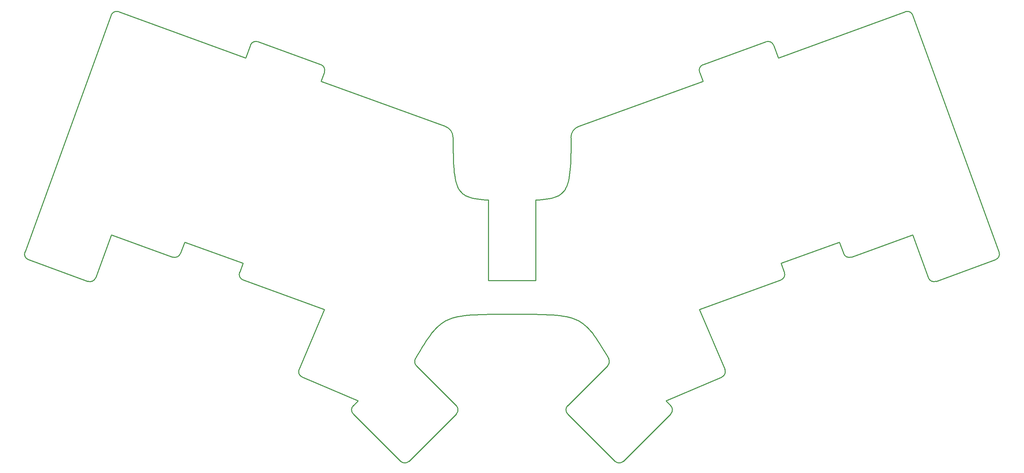
<source format=gbr>
%TF.GenerationSoftware,KiCad,Pcbnew,(6.0.11)*%
%TF.CreationDate,2024-03-12T23:46:52+09:00*%
%TF.ProjectId,gku34,676b7533-342e-46b6-9963-61645f706362,rev?*%
%TF.SameCoordinates,Original*%
%TF.FileFunction,Profile,NP*%
%FSLAX46Y46*%
G04 Gerber Fmt 4.6, Leading zero omitted, Abs format (unit mm)*
G04 Created by KiCad (PCBNEW (6.0.11)) date 2024-03-12 23:46:52*
%MOMM*%
%LPD*%
G01*
G04 APERTURE LIST*
%TA.AperFunction,Profile*%
%ADD10C,0.250000*%
%TD*%
%ADD11C,0.250000*%
G04 APERTURE END LIST*
D10*
X113362219Y-131061425D02*
X125383034Y-119040610D01*
X91907698Y-92501796D02*
X85455516Y-107702185D01*
X125383034Y-116919290D02*
X115239825Y-106776080D01*
X145530003Y-64629208D02*
X145530003Y-85133358D01*
X165697787Y-131061425D02*
G75*
G03*
X167819107Y-131061425I1060660J1060659D01*
G01*
X85455551Y-107702200D02*
G75*
G03*
X86250176Y-109669039I1380749J-586100D01*
G01*
X223760539Y-78265264D02*
G75*
G03*
X225683077Y-79161784I1409461J512864D01*
G01*
X99220133Y-116919340D02*
G75*
G03*
X99220083Y-119040610I1060567J-1060660D01*
G01*
X245292247Y-84432013D02*
X241304591Y-73476018D01*
X16700946Y-79816468D02*
X31845190Y-85328522D01*
X115004623Y-104959901D02*
G75*
G03*
X115239825Y-106776080I1295877J-755499D01*
G01*
X239419191Y-16789697D02*
X207144139Y-28536856D01*
X262359053Y-79816449D02*
G75*
G03*
X263255568Y-77893899I-513053J1409549D01*
G01*
X222700027Y-75351628D02*
X207884792Y-80743933D01*
D11*
X164055364Y-104959912D02*
X163456241Y-103935599D01*
X162888549Y-102975244D01*
X162348065Y-102076785D01*
X161830565Y-101238162D01*
X161331829Y-100457313D01*
X160847633Y-99732177D01*
X160373756Y-99060692D01*
X159905975Y-98440797D01*
X159440067Y-97870431D01*
X158971810Y-97347532D01*
X158496983Y-96870040D01*
X158011363Y-96435893D01*
X157510727Y-96043030D01*
X156990853Y-95689389D01*
X156447518Y-95372910D01*
X155876502Y-95091530D01*
X155273580Y-94843189D01*
X154634531Y-94625826D01*
X153955133Y-94437378D01*
X153231163Y-94275786D01*
X152458399Y-94138987D01*
X151632619Y-94024920D01*
X150749600Y-93931524D01*
X149805119Y-93856738D01*
X148794956Y-93798501D01*
X147714887Y-93754750D01*
X146560689Y-93723426D01*
X145328142Y-93702466D01*
X144013022Y-93689810D01*
X142611107Y-93683395D01*
X141118174Y-93681162D01*
X139530003Y-93681048D01*
D10*
X125383084Y-119040660D02*
G75*
G03*
X125383034Y-116919290I-1060684J1060660D01*
G01*
X15804416Y-77893891D02*
G75*
G03*
X16700946Y-79816468I1409584J-513009D01*
G01*
X245292217Y-84432024D02*
G75*
G03*
X247214816Y-85328522I1409583J513124D01*
G01*
D11*
X154502178Y-48768330D02*
X154499346Y-49989508D01*
X154492592Y-51146770D01*
X154480515Y-52241827D01*
X154461718Y-53276390D01*
X154434803Y-54252169D01*
X154398371Y-55170876D01*
X154351024Y-56034221D01*
X154291364Y-56843914D01*
X154217992Y-57601668D01*
X154129510Y-58309191D01*
X154024520Y-58968196D01*
X153901624Y-59580392D01*
X153759423Y-60147491D01*
X153596519Y-60671204D01*
X153411513Y-61153240D01*
X153203009Y-61595312D01*
X152969606Y-61999130D01*
X152709908Y-62366404D01*
X152422515Y-62698845D01*
X152106029Y-62998165D01*
X151759052Y-63266073D01*
X151380187Y-63504281D01*
X150968034Y-63714499D01*
X150521195Y-63898438D01*
X150038272Y-64057809D01*
X149517866Y-64194324D01*
X148958580Y-64309691D01*
X148359016Y-64405623D01*
X147717774Y-64483829D01*
X147033456Y-64546022D01*
X146304665Y-64593911D01*
X145530003Y-64629208D01*
D10*
X192809825Y-109669028D02*
G75*
G03*
X193604490Y-107702185I-586025J1380728D01*
G01*
X100444992Y-115694381D02*
X99220083Y-116919290D01*
X241341771Y-17686202D02*
G75*
G03*
X239419191Y-16789697I-1409571J-513098D01*
G01*
X133530003Y-64629208D02*
X133530003Y-85133358D01*
X262359060Y-79816468D02*
X247214816Y-85328522D01*
X71231089Y-84976126D02*
X91907698Y-92501796D01*
D11*
X115004642Y-104959912D02*
X115603764Y-103935599D01*
X116171456Y-102975244D01*
X116711940Y-102076785D01*
X117229440Y-101238162D01*
X117728176Y-100457313D01*
X118212372Y-99732177D01*
X118686249Y-99060692D01*
X119154030Y-98440797D01*
X119619938Y-97870431D01*
X120088195Y-97347532D01*
X120563022Y-96870040D01*
X121048642Y-96435893D01*
X121549278Y-96043030D01*
X122069152Y-95689389D01*
X122612487Y-95372910D01*
X123183503Y-95091530D01*
X123786425Y-94843189D01*
X124425474Y-94625826D01*
X125104872Y-94437378D01*
X125828842Y-94275786D01*
X126601606Y-94138987D01*
X127427386Y-94024920D01*
X128310405Y-93931524D01*
X129254886Y-93856738D01*
X130265049Y-93798501D01*
X131345118Y-93754750D01*
X132499316Y-93723426D01*
X133731863Y-93702466D01*
X135046983Y-93689810D01*
X136448898Y-93683395D01*
X137941831Y-93681162D01*
X139530003Y-93681048D01*
D10*
X204051166Y-24424689D02*
X188076391Y-30239031D01*
X192809830Y-109669039D02*
X178615014Y-115694381D01*
X207828917Y-84976126D02*
X187152308Y-92501796D01*
X187152308Y-92501796D02*
X193604490Y-107702185D01*
X33767759Y-84432013D02*
X37755415Y-73476018D01*
X153676972Y-116919290D02*
X163820181Y-106776080D01*
X156476125Y-45952472D02*
G75*
G03*
X154502178Y-48768330I1025975J-2819028D01*
G01*
X179839923Y-119040610D02*
X167819107Y-131061425D01*
X188076385Y-30239016D02*
G75*
G03*
X187179883Y-32161600I512915J-1409484D01*
G01*
X71915867Y-28536856D02*
X73086271Y-25321197D01*
X86250176Y-109669039D02*
X100444992Y-115694381D01*
X179839973Y-119040660D02*
G75*
G03*
X179839923Y-116919290I-1060673J1060660D01*
G01*
X223760508Y-78265275D02*
X222700027Y-75351628D01*
X163820167Y-106776066D02*
G75*
G03*
X164055364Y-104959912I-1060667J1060666D01*
G01*
X91039489Y-34471224D02*
X122583890Y-45952447D01*
X133530003Y-85133358D02*
X139530003Y-85133358D01*
X205973724Y-25321201D02*
G75*
G03*
X204051166Y-24424689I-1409524J-512999D01*
G01*
X99220083Y-119040610D02*
X111240899Y-131061425D01*
X56359979Y-75351628D02*
X71175214Y-80743933D01*
X188020517Y-34471224D02*
X156476116Y-45952447D01*
X31845178Y-85328556D02*
G75*
G03*
X33767759Y-84432013I513022J1409556D01*
G01*
X187179883Y-32161600D02*
X188020517Y-34471224D01*
X53376956Y-79161709D02*
G75*
G03*
X55299498Y-78265275I513044J1409509D01*
G01*
X263255568Y-77893899D02*
X241341760Y-17686206D01*
X111240899Y-131061425D02*
G75*
G03*
X113362219Y-131061425I1060660J1060659D01*
G01*
X207828900Y-84976078D02*
G75*
G03*
X208725426Y-83053557I-512900J1409478D01*
G01*
D11*
X124557828Y-48768330D02*
X124560659Y-49989508D01*
X124567413Y-51146770D01*
X124579490Y-52241827D01*
X124598287Y-53276390D01*
X124625202Y-54252169D01*
X124661634Y-55170876D01*
X124708981Y-56034221D01*
X124768641Y-56843914D01*
X124842013Y-57601668D01*
X124930495Y-58309191D01*
X125035485Y-58968196D01*
X125158381Y-59580392D01*
X125300582Y-60147491D01*
X125463486Y-60671204D01*
X125648492Y-61153240D01*
X125856996Y-61595312D01*
X126090399Y-61999130D01*
X126350097Y-62366404D01*
X126637490Y-62698845D01*
X126953976Y-62998165D01*
X127300953Y-63266073D01*
X127679818Y-63504281D01*
X128091971Y-63714499D01*
X128538810Y-63898438D01*
X129021733Y-64057809D01*
X129542139Y-64194324D01*
X130101425Y-64309691D01*
X130700989Y-64405623D01*
X131342231Y-64483829D01*
X132026549Y-64546022D01*
X132755340Y-64593911D01*
X133530003Y-64629208D01*
D10*
X37755415Y-73476018D02*
X53376929Y-79161784D01*
X91880168Y-32161617D02*
G75*
G03*
X90983615Y-30239031I-1409568J513017D01*
G01*
X75008841Y-24424685D02*
G75*
G03*
X73086271Y-25321197I-513041J-1409515D01*
G01*
X145530003Y-85133358D02*
X139530003Y-85133358D01*
X178615014Y-115694381D02*
X179839923Y-116919290D01*
X71175214Y-80743933D02*
X70334580Y-83053557D01*
X39640815Y-16789697D02*
X71915867Y-28536856D01*
X241304591Y-73476018D02*
X225683077Y-79161784D01*
X124557785Y-48768330D02*
G75*
G03*
X122583890Y-45952447I-2999985J-3170D01*
G01*
X55299498Y-78265275D02*
X56359979Y-75351628D01*
X207144139Y-28536856D02*
X205973735Y-25321197D01*
X207884792Y-80743933D02*
X208725426Y-83053557D01*
X75008840Y-24424689D02*
X90983615Y-30239031D01*
X15804438Y-77893899D02*
X37718246Y-17686206D01*
X153676922Y-116919240D02*
G75*
G03*
X153676972Y-119040610I1060678J-1060660D01*
G01*
X165697787Y-131061425D02*
X153676972Y-119040610D01*
X91880123Y-32161600D02*
X91039489Y-34471224D01*
X70334585Y-83053559D02*
G75*
G03*
X71231089Y-84976126I1409515J-513041D01*
G01*
X39640829Y-16789659D02*
G75*
G03*
X37718246Y-17686206I-513029J-1409541D01*
G01*
M02*

</source>
